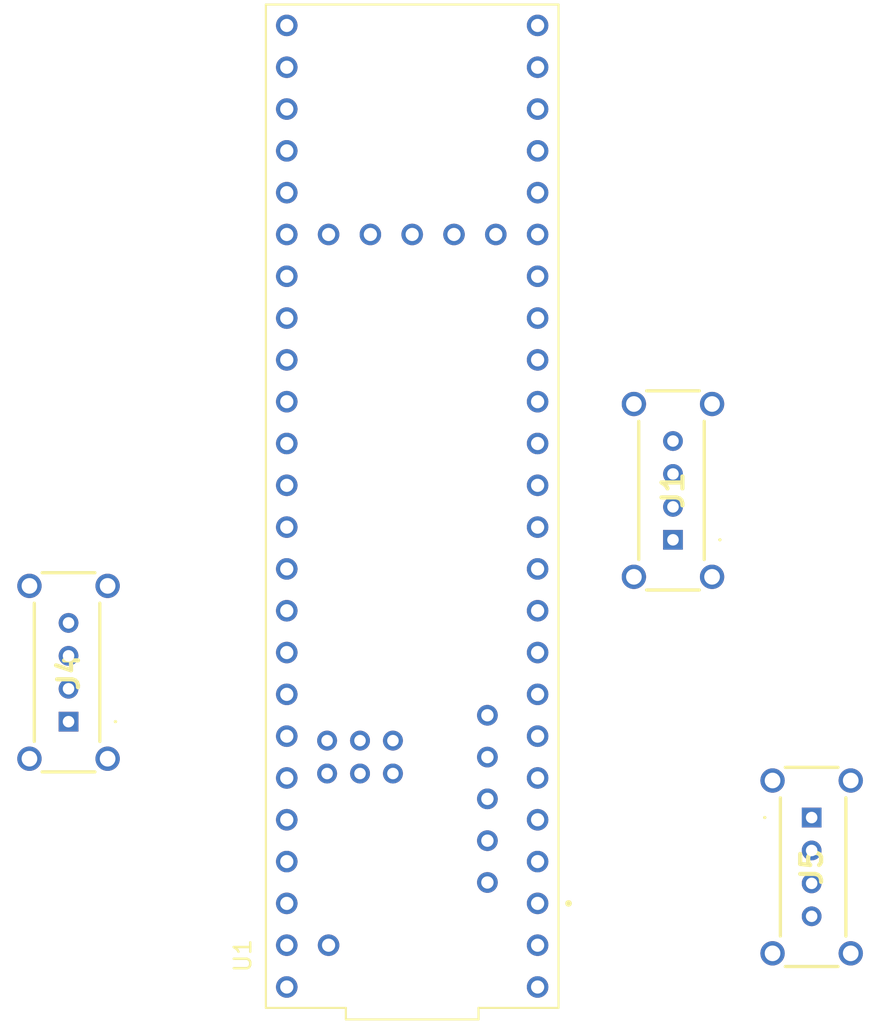
<source format=kicad_pcb>
(kicad_pcb (version 20221018) (generator pcbnew)
  (layers (0 "F.Cu" signal) (31 "B.Cu" signal) (34 "B.Paste" user) (35 "F.Paste" user) (36 "B.SilkS" user "B.Silkscreen") (37 "F.SilkS" user "F.Silkscreen") (38 "B.Mask" user) (39 "F.Mask" user) (44 "Edge.Cuts" user))
  (net 0 "")
  (net 1 "/SPI_NSS")
  (net 2 "Net-(U1-MISO)")
  (net 3 "Net-(U1-MOSI)")
  (net 4 "/SPI_CLK")
  (net 10 "/I2C1_SCL")
  (net 11 "/I2C1_SDA")
  (net 25 "GND")
  (net 27 "/VBAT")
  (net 50 "/PY1")
  (net 51 "/PY2")
  (net 52 "/PY3")
  (net 53 "/PY4")
  (net 54 "/ADC_IN6")
  (net 55 "/ADC_IN7")
  (net 58 "+5V")
  (net 59 "/ADC_IN10")
  (net 60 "/ADC_IN11")
  (net 61 "/ADC_IN12")
  (net 62 "/ADC_IN13")
  (net 73 "/ADC_IN14")
  (net 74 "/ADC_IN15")
  (net 75 "/ADC_IN16")
  (net 76 "/ADC_IN17")
  (footprint "KiCad:M808770405" (layer "F.Cu") (at 173.525 89.15 -90)
    (fp_text reference "J1" (at -3 0 90) (layer "F.SilkS") (effects (font (size 1.27 1.27) (thickness 0.254))))
    (fp_text value "M80-8770405" hide)
    (fp_line (start -9.05 1.6) (end -9.05 -1.6) (stroke (width 0.2)) (layer "F.SilkS"))
    (fp_line (start 0 -2.9) (end 0 -2.9) (stroke (width 0.1)) (layer "F.SilkS"))
    (fp_line (start 0 -2.8) (end 0 -2.8) (stroke (width 0.1)) (layer "F.SilkS"))
    (fp_line (start 1.2 -1.9) (end -7.2 -1.9) (stroke (width 0.2)) (layer "F.SilkS"))
    (fp_line (start 1.2 2.08) (end -7.2 2.08) (stroke (width 0.2)) (layer "F.SilkS"))
    (fp_line (start 3.05 -1.6) (end 3.05 1.6) (stroke (width 0.2)) (layer "F.SilkS"))
    (fp_arc (start 0 -2.9) (mid 0.05 -2.85) (end 0 -2.8) (stroke (width 0.1)) (layer "F.SilkS"))
    (fp_arc (start 0 -2.8) (mid -0.05 -2.85) (end 0 -2.9) (stroke (width 0.1)) (layer "F.SilkS"))
    (pad "1" thru_hole rect (at 0 0 270) (size 1.2 1.2) (drill 0.7) (layers "*.Cu" "*.Mask") (net 4 "/SPI_CLK"))
    (pad "2" thru_hole circle (at -2 0 270) (size 1.2 1.2) (drill 0.7) (layers "*.Cu" "*.Mask") (net 1 "/SPI_NSS"))
    (pad "3" thru_hole circle (at -4 0 270) (size 1.2 1.2) (drill 0.7) (layers "*.Cu" "*.Mask") (net 3 "Net-(U1-MOSI)"))
    (pad "4" thru_hole circle (at -6 0 270) (size 1.2 1.2) (drill 0.7) (layers "*.Cu" "*.Mask") (net 2 "Net-(U1-MISO)"))
    (pad "MH1" thru_hole circle (at 2.25 -2.375 270) (size 1.478 1.478) (drill 0.95) (layers "*.Cu" "*.Mask"))
    (pad "MH2" thru_hole circle (at 2.25 2.375 270) (size 1.478 1.478) (drill 0.95) (layers "*.Cu" "*.Mask"))
    (pad "MH3" thru_hole circle (at -8.25 2.375 270) (size 1.478 1.478) (drill 0.95) (layers "*.Cu" "*.Mask"))
    (pad "MH4" thru_hole circle (at -8.25 -2.375 270) (size 1.478 1.478) (drill 0.95) (layers "*.Cu" "*.Mask"))
  )
  (footprint "KiCad:M808770405" (layer "F.Cu") (at 136.8 100.2 -90)
    (fp_text reference "J4" (at -3 0 -90) (layer "F.SilkS") (effects (font (size 1.27 1.27) (thickness 0.254))))
    (fp_text value "M80-8770405" hide)
    (fp_line (start -9.05 1.6) (end -9.05 -1.6) (stroke (width 0.2)) (layer "F.SilkS"))
    (fp_line (start 0 -2.9) (end 0 -2.9) (stroke (width 0.1)) (layer "F.SilkS"))
    (fp_line (start 0 -2.8) (end 0 -2.8) (stroke (width 0.1)) (layer "F.SilkS"))
    (fp_line (start 1.2 -1.9) (end -7.2 -1.9) (stroke (width 0.2)) (layer "F.SilkS"))
    (fp_line (start 1.2 2.08) (end -7.2 2.08) (stroke (width 0.2)) (layer "F.SilkS"))
    (fp_line (start 3.05 -1.6) (end 3.05 1.6) (stroke (width 0.2)) (layer "F.SilkS"))
    (fp_arc (start 0 -2.9) (mid 0.05 -2.85) (end 0 -2.8) (stroke (width 0.1)) (layer "F.SilkS"))
    (fp_arc (start 0 -2.8) (mid -0.05 -2.85) (end 0 -2.9) (stroke (width 0.1)) (layer "F.SilkS"))
    (pad "1" thru_hole rect (at 0 0 270) (size 1.2 1.2) (drill 0.7) (layers "*.Cu" "*.Mask"))
    (pad "2" thru_hole circle (at -2 0 270) (size 1.2 1.2) (drill 0.7) (layers "*.Cu" "*.Mask") (net 10 "/I2C1_SCL"))
    (pad "3" thru_hole circle (at -4 0 270) (size 1.2 1.2) (drill 0.7) (layers "*.Cu" "*.Mask") (net 11 "/I2C1_SDA"))
    (pad "4" thru_hole circle (at -6 0 270) (size 1.2 1.2) (drill 0.7) (layers "*.Cu" "*.Mask"))
    (pad "MH1" thru_hole circle (at 2.25 -2.375 270) (size 1.478 1.478) (drill 0.95) (layers "*.Cu" "*.Mask"))
    (pad "MH2" thru_hole circle (at 2.25 2.375 270) (size 1.478 1.478) (drill 0.95) (layers "*.Cu" "*.Mask"))
    (pad "MH3" thru_hole circle (at -8.25 2.375 270) (size 1.478 1.478) (drill 0.95) (layers "*.Cu" "*.Mask"))
    (pad "MH4" thru_hole circle (at -8.25 -2.375 270) (size 1.478 1.478) (drill 0.95) (layers "*.Cu" "*.Mask"))
  )
  (footprint "DEV-16771:MODULE_DEV-16771" (layer "F.Cu") (at 157.68 87.11 90)
    (fp_text reference "U1" (at -27.305 -10.295 90) (layer "F.SilkS"))
    (fp_text value "DEV-16771")
    (fp_line (start -31.18 4.03) (end -31.18 -4.03) (stroke (width 0.127)) (layer "F.SilkS"))
    (fp_line (start -30.48 -8.89) (end -30.48 -4.03) (stroke (width 0.127)) (layer "F.SilkS"))
    (fp_line (start -30.48 -8.89) (end 30.48 -8.89) (stroke (width 0.127)) (layer "F.SilkS"))
    (fp_line (start -30.48 -4.03) (end -31.18 -4.03) (stroke (width 0.127)) (layer "F.SilkS"))
    (fp_line (start -30.48 4.03) (end -31.18 4.03) (stroke (width 0.127)) (layer "F.SilkS"))
    (fp_line (start -30.48 8.89) (end -30.48 4.03) (stroke (width 0.127)) (layer "F.SilkS"))
    (fp_line (start 30.48 -8.89) (end 30.48 8.89) (stroke (width 0.127)) (layer "F.SilkS"))
    (fp_line (start 30.48 8.89) (end -30.48 8.89) (stroke (width 0.127)) (layer "F.SilkS"))
    (fp_circle (center -24.13 9.5) (end -24.03 9.5) (stroke (width 0.2)) (fill none) (layer "F.SilkS"))
    (pad "0" thru_hole circle (at -26.67 7.62 90) (size 1.308 1.308) (drill 0.8) (layers "*.Cu" "*.Mask"))
    (pad "1" thru_hole circle (at -24.13 7.62 90) (size 1.308 1.308) (drill 0.8) (layers "*.Cu" "*.Mask"))
    (pad "2" thru_hole circle (at -21.59 7.62 90) (size 1.308 1.308) (drill 0.8) (layers "*.Cu" "*.Mask"))
    (pad "3" thru_hole circle (at -19.05 7.62 90) (size 1.308 1.308) (drill 0.8) (layers "*.Cu" "*.Mask"))
    (pad "3.3V_1" thru_hole circle (at 6.35 7.62 90) (size 1.308 1.308) (drill 0.8) (layers "*.Cu" "*.Mask"))
    (pad "3.3V_2" thru_hole circle (at -24.13 -7.62 90) (size 1.308 1.308) (drill 0.8) (layers "*.Cu" "*.Mask"))
    (pad "3.3V_3" thru_hole circle (at 16.51 2.54 90) (size 1.308 1.308) (drill 0.8) (layers "*.Cu" "*.Mask"))
    (pad "4" thru_hole circle (at -16.51 7.62 90) (size 1.308 1.308) (drill 0.8) (layers "*.Cu" "*.Mask"))
    (pad "5" thru_hole circle (at -13.97 7.62 90) (size 1.308 1.308) (drill 0.8) (layers "*.Cu" "*.Mask"))
    (pad "5V" thru_hole circle (at -22.86 4.57 90) (size 1.258 1.258) (drill 0.75) (layers "*.Cu" "*.Mask"))
    (pad "6" thru_hole circle (at -11.43 7.62 90) (size 1.308 1.308) (drill 0.8) (layers "*.Cu" "*.Mask"))
    (pad "7" thru_hole circle (at -8.89 7.62 90) (size 1.308 1.308) (drill 0.8) (layers "*.Cu" "*.Mask"))
    (pad "8" thru_hole circle (at -6.35 7.62 90) (size 1.308 1.308) (drill 0.8) (layers "*.Cu" "*.Mask"))
    (pad "9" thru_hole circle (at -3.81 7.62 90) (size 1.308 1.308) (drill 0.8) (layers "*.Cu" "*.Mask"))
    (pad "10" thru_hole circle (at -1.27 7.62 90) (size 1.308 1.308) (drill 0.8) (layers "*.Cu" "*.Mask") (net 1 "/SPI_NSS"))
    (pad "11" thru_hole circle (at 1.27 7.62 90) (size 1.308 1.308) (drill 0.8) (layers "*.Cu" "*.Mask") (net 3 "Net-(U1-MOSI)"))
    (pad "12" thru_hole circle (at 3.81 7.62 90) (size 1.308 1.308) (drill 0.8) (layers "*.Cu" "*.Mask") (net 2 "Net-(U1-MISO)"))
    (pad "13" thru_hole circle (at 3.81 -7.62 90) (size 1.308 1.308) (drill 0.8) (layers "*.Cu" "*.Mask") (net 4 "/SPI_CLK"))
    (pad "14" thru_hole circle (at 1.27 -7.62 90) (size 1.308 1.308) (drill 0.8) (layers "*.Cu" "*.Mask") (net 50 "/PY1"))
    (pad "15" thru_hole circle (at -1.27 -7.62 90) (size 1.308 1.308) (drill 0.8) (layers "*.Cu" "*.Mask") (net 51 "/PY2"))
    (pad "16" thru_hole circle (at -3.81 -7.62 90) (size 1.308 1.308) (drill 0.8) (layers "*.Cu" "*.Mask") (net 52 "/PY3"))
    (pad "17" thru_hole circle (at -6.35 -7.62 90) (size 1.308 1.308) (drill 0.8) (layers "*.Cu" "*.Mask") (net 53 "/PY4"))
    (pad "18" thru_hole circle (at -8.89 -7.62 90) (size 1.308 1.308) (drill 0.8) (layers "*.Cu" "*.Mask") (net 11 "/I2C1_SDA"))
    (pad "19" thru_hole circle (at -11.43 -7.62 90) (size 1.308 1.308) (drill 0.8) (layers "*.Cu" "*.Mask") (net 10 "/I2C1_SCL"))
    (pad "20" thru_hole circle (at -13.97 -7.62 90) (size 1.308 1.308) (drill 0.8) (layers "*.Cu" "*.Mask") (net 54 "/ADC_IN6"))
    (pad "21" thru_hole circle (at -16.51 -7.62 90) (size 1.308 1.308) (drill 0.8) (layers "*.Cu" "*.Mask") (net 55 "/ADC_IN7"))
    (pad "22" thru_hole circle (at -19.05 -7.62 90) (size 1.308 1.308) (drill 0.8) (layers "*.Cu" "*.Mask"))
    (pad "23" thru_hole circle (at -21.59 -7.62 90) (size 1.308 1.308) (drill 0.8) (layers "*.Cu" "*.Mask"))
    (pad "24" thru_hole circle (at 8.89 7.62 90) (size 1.308 1.308) (drill 0.8) (layers "*.Cu" "*.Mask") (net 59 "/ADC_IN10"))
    (pad "25" thru_hole circle (at 11.43 7.62 90) (size 1.308 1.308) (drill 0.8) (layers "*.Cu" "*.Mask") (net 60 "/ADC_IN11"))
    (pad "26" thru_hole circle (at 13.97 7.62 90) (size 1.308 1.308) (drill 0.8) (layers "*.Cu" "*.Mask") (net 61 "/ADC_IN12"))
    (pad "27" thru_hole circle (at 16.51 7.62 90) (size 1.308 1.308) (drill 0.8) (layers "*.Cu" "*.Mask") (net 62 "/ADC_IN13"))
    (pad "28" thru_hole circle (at 19.05 7.62 90) (size 1.308 1.308) (drill 0.8) (layers "*.Cu" "*.Mask"))
    (pad "29" thru_hole circle (at 21.59 7.62 90) (size 1.308 1.308) (drill 0.8) (layers "*.Cu" "*.Mask"))
    (pad "30" thru_hole circle (at 24.13 7.62 90) (size 1.308 1.308) (drill 0.8) (layers "*.Cu" "*.Mask"))
    (pad "31" thru_hole circle (at 26.67 7.62 90) (size 1.308 1.308) (drill 0.8) (layers "*.Cu" "*.Mask"))
    (pad "32" thru_hole circle (at 29.21 7.62 90) (size 1.308 1.308) (drill 0.8) (layers "*.Cu" "*.Mask"))
    (pad "33" thru_hole circle (at 29.21 -7.62 90) (size 1.308 1.308) (drill 0.8) (layers "*.Cu" "*.Mask"))
    (pad "34" thru_hole circle (at 26.67 -7.62 90) (size 1.308 1.308) (drill 0.8) (layers "*.Cu" "*.Mask"))
    (pad "35" thru_hole circle (at 24.13 -7.62 90) (size 1.308 1.308) (drill 0.8) (layers "*.Cu" "*.Mask"))
    (pad "36" thru_hole circle (at 21.59 -7.62 90) (size 1.308 1.308) (drill 0.8) (layers "*.Cu" "*.Mask"))
    (pad "37" thru_hole circle (at 19.05 -7.62 90) (size 1.308 1.308) (drill 0.8) (layers "*.Cu" "*.Mask"))
    (pad "38" thru_hole circle (at 16.51 -7.62 90) (size 1.308 1.308) (drill 0.8) (layers "*.Cu" "*.Mask") (net 73 "/ADC_IN14"))
    (pad "39" thru_hole circle (at 13.97 -7.62 90) (size 1.308 1.308) (drill 0.8) (layers "*.Cu" "*.Mask") (net 74 "/ADC_IN15"))
    (pad "40" thru_hole circle (at 11.43 -7.62 90) (size 1.308 1.308) (drill 0.8) (layers "*.Cu" "*.Mask") (net 75 "/ADC_IN16"))
    (pad "41" thru_hole circle (at 8.89 -7.62 90) (size 1.308 1.308) (drill 0.8) (layers "*.Cu" "*.Mask") (net 76 "/ADC_IN17"))
    (pad "D+" thru_hole circle (at -17.78 4.57 90) (size 1.258 1.258) (drill 0.75) (layers "*.Cu" "*.Mask"))
    (pad "D-" thru_hole circle (at -20.32 4.57 90) (size 1.258 1.258) (drill 0.75) (layers "*.Cu" "*.Mask"))
    (pad "GND1" thru_hole circle (at -29.21 7.62 90) (size 1.308 1.308) (drill 0.8) (layers "*.Cu" "*.Mask") (net 25 "GND"))
    (pad "GND2" thru_hole circle (at 6.35 -7.62 90) (size 1.308 1.308) (drill 0.8) (layers "*.Cu" "*.Mask") (net 25 "GND"))
    (pad "GND3" thru_hole circle (at -26.67 -7.62 90) (size 1.308 1.308) (drill 0.8) (layers "*.Cu" "*.Mask") (net 25 "GND"))
    (pad "GND4" thru_hole circle (at 16.51 0 90) (size 1.308 1.308) (drill 0.8) (layers "*.Cu" "*.Mask") (net 25 "GND"))
    (pad "GND5" thru_hole circle (at -14.24 -3.17 90) (size 1.208 1.208) (drill 0.7) (layers "*.Cu" "*.Mask") (net 25 "GND"))
    (pad "LED" thru_hole circle (at -16.24 -3.17 90) (size 1.208 1.208) (drill 0.7) (layers "*.Cu" "*.Mask"))
    (pad "ON/OFF" thru_hole circle (at 16.51 -5.08 90) (size 1.308 1.308) (drill 0.8) (layers "*.Cu" "*.Mask"))
    (pad "PROGRAM" thru_hole circle (at 16.51 -2.54 90) (size 1.308 1.308) (drill 0.8) (layers "*.Cu" "*.Mask"))
    (pad "R+" thru_hole circle (at -16.24 -5.17 90) (size 1.208 1.208) (drill 0.7) (layers "*.Cu" "*.Mask"))
    (pad "R-" thru_hole circle (at -14.24 -5.17 90) (size 1.208 1.208) (drill 0.7) (layers "*.Cu" "*.Mask"))
    (pad "T+" thru_hole circle (at -14.24 -1.17 90) (size 1.208 1.208) (drill 0.7) (layers "*.Cu" "*.Mask"))
    (pad "T-" thru_hole circle (at -16.24 -1.17 90) (size 1.208 1.208) (drill 0.7) (layers "*.Cu" "*.Mask"))
    (pad "USB_GND1" thru_hole circle (at -15.24 4.57 90) (size 1.258 1.258) (drill 0.75) (layers "*.Cu" "*.Mask"))
    (pad "USB_GND2" thru_hole circle (at -12.7 4.57 90) (size 1.258 1.258) (drill 0.75) (layers "*.Cu" "*.Mask"))
    (pad "VBAT" thru_hole circle (at 16.51 5.08 90) (size 1.308 1.308) (drill 0.8) (layers "*.Cu" "*.Mask") (net 27 "/VBAT"))
    (pad "VIN" thru_hole circle (at -29.21 -7.62 90) (size 1.308 1.308) (drill 0.8) (layers "*.Cu" "*.Mask") (net 58 "+5V"))
    (pad "VUSB" thru_hole circle (at -26.67 -5.08 90) (size 1.308 1.308) (drill 0.8) (layers "*.Cu" "*.Mask"))
  )
  (footprint "KiCad:M808770405" (layer "F.Cu") (at 181.95 106.025 90)
    (fp_text reference "J5" (at -3 0 90) (layer "F.SilkS") (effects (font (size 1.27 1.27) (thickness 0.254))))
    (fp_text value "M80-8770405" hide)
    (fp_line (start -9.05 1.6) (end -9.05 -1.6) (stroke (width 0.2)) (layer "F.SilkS"))
    (fp_line (start 0 -2.9) (end 0 -2.9) (stroke (width 0.1)) (layer "F.SilkS"))
    (fp_line (start 0 -2.8) (end 0 -2.8) (stroke (width 0.1)) (layer "F.SilkS"))
    (fp_line (start 1.2 -1.9) (end -7.2 -1.9) (stroke (width 0.2)) (layer "F.SilkS"))
    (fp_line (start 1.2 2.08) (end -7.2 2.08) (stroke (width 0.2)) (layer "F.SilkS"))
    (fp_line (start 3.05 -1.6) (end 3.05 1.6) (stroke (width 0.2)) (layer "F.SilkS"))
    (fp_arc (start 0 -2.9) (mid 0.05 -2.85) (end 0 -2.8) (stroke (width 0.1)) (layer "F.SilkS"))
    (fp_arc (start 0 -2.8) (mid -0.05 -2.85) (end 0 -2.9) (stroke (width 0.1)) (layer "F.SilkS"))
    (pad "1" thru_hole rect (at 0 0 90) (size 1.2 1.2) (drill 0.7) (layers "*.Cu" "*.Mask"))
    (pad "2" thru_hole circle (at -2 0 90) (size 1.2 1.2) (drill 0.7) (layers "*.Cu" "*.Mask"))
    (pad "3" thru_hole circle (at -4 0 90) (size 1.2 1.2) (drill 0.7) (layers "*.Cu" "*.Mask"))
    (pad "4" thru_hole circle (at -6 0 90) (size 1.2 1.2) (drill 0.7) (layers "*.Cu" "*.Mask"))
    (pad "MH1" thru_hole circle (at 2.25 -2.375 90) (size 1.478 1.478) (drill 0.95) (layers "*.Cu" "*.Mask"))
    (pad "MH2" thru_hole circle (at 2.25 2.375 90) (size 1.478 1.478) (drill 0.95) (layers "*.Cu" "*.Mask"))
    (pad "MH3" thru_hole circle (at -8.25 2.375 90) (size 1.478 1.478) (drill 0.95) (layers "*.Cu" "*.Mask"))
    (pad "MH4" thru_hole circle (at -8.25 -2.375 90) (size 1.478 1.478) (drill 0.95) (layers "*.Cu" "*.Mask"))
  )
)
</source>
